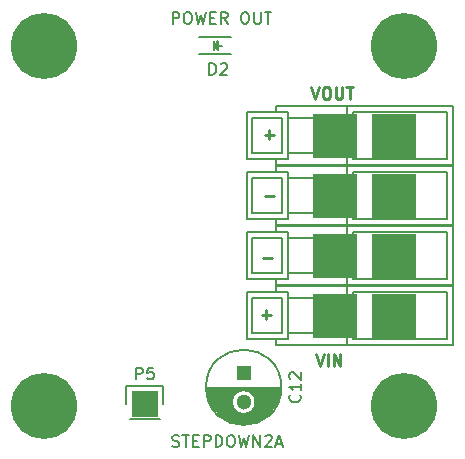
<source format=gbr>
%TF.GenerationSoftware,KiCad,Pcbnew,7.0.7-7.0.7~ubuntu23.04.1*%
%TF.CreationDate,2023-09-17T11:12:04+00:00*%
%TF.ProjectId,STEPDOWN02,53544550-444f-4574-9e30-322e6b696361,rev?*%
%TF.SameCoordinates,Original*%
%TF.FileFunction,Legend,Top*%
%TF.FilePolarity,Positive*%
%FSLAX46Y46*%
G04 Gerber Fmt 4.6, Leading zero omitted, Abs format (unit mm)*
G04 Created by KiCad (PCBNEW 7.0.7-7.0.7~ubuntu23.04.1) date 2023-09-17 11:12:04*
%MOMM*%
%LPD*%
G01*
G04 APERTURE LIST*
%ADD10C,0.250000*%
%ADD11C,0.200000*%
%ADD12C,0.150000*%
%ADD13C,5.600000*%
%ADD14R,3.810000X3.810000*%
%ADD15R,2.235200X2.235200*%
%ADD16R,1.300000X1.300000*%
%ADD17C,1.300000*%
G04 APERTURE END LIST*
D10*
X141350951Y-83888666D02*
X140589047Y-83888666D01*
D11*
X132786952Y-69286219D02*
X132786952Y-68286219D01*
X132786952Y-68286219D02*
X133167904Y-68286219D01*
X133167904Y-68286219D02*
X133263142Y-68333838D01*
X133263142Y-68333838D02*
X133310761Y-68381457D01*
X133310761Y-68381457D02*
X133358380Y-68476695D01*
X133358380Y-68476695D02*
X133358380Y-68619552D01*
X133358380Y-68619552D02*
X133310761Y-68714790D01*
X133310761Y-68714790D02*
X133263142Y-68762409D01*
X133263142Y-68762409D02*
X133167904Y-68810028D01*
X133167904Y-68810028D02*
X132786952Y-68810028D01*
X133977428Y-68286219D02*
X134167904Y-68286219D01*
X134167904Y-68286219D02*
X134263142Y-68333838D01*
X134263142Y-68333838D02*
X134358380Y-68429076D01*
X134358380Y-68429076D02*
X134405999Y-68619552D01*
X134405999Y-68619552D02*
X134405999Y-68952885D01*
X134405999Y-68952885D02*
X134358380Y-69143361D01*
X134358380Y-69143361D02*
X134263142Y-69238600D01*
X134263142Y-69238600D02*
X134167904Y-69286219D01*
X134167904Y-69286219D02*
X133977428Y-69286219D01*
X133977428Y-69286219D02*
X133882190Y-69238600D01*
X133882190Y-69238600D02*
X133786952Y-69143361D01*
X133786952Y-69143361D02*
X133739333Y-68952885D01*
X133739333Y-68952885D02*
X133739333Y-68619552D01*
X133739333Y-68619552D02*
X133786952Y-68429076D01*
X133786952Y-68429076D02*
X133882190Y-68333838D01*
X133882190Y-68333838D02*
X133977428Y-68286219D01*
X134739333Y-68286219D02*
X134977428Y-69286219D01*
X134977428Y-69286219D02*
X135167904Y-68571933D01*
X135167904Y-68571933D02*
X135358380Y-69286219D01*
X135358380Y-69286219D02*
X135596476Y-68286219D01*
X135977428Y-68762409D02*
X136310761Y-68762409D01*
X136453618Y-69286219D02*
X135977428Y-69286219D01*
X135977428Y-69286219D02*
X135977428Y-68286219D01*
X135977428Y-68286219D02*
X136453618Y-68286219D01*
X137453618Y-69286219D02*
X137120285Y-68810028D01*
X136882190Y-69286219D02*
X136882190Y-68286219D01*
X136882190Y-68286219D02*
X137263142Y-68286219D01*
X137263142Y-68286219D02*
X137358380Y-68333838D01*
X137358380Y-68333838D02*
X137405999Y-68381457D01*
X137405999Y-68381457D02*
X137453618Y-68476695D01*
X137453618Y-68476695D02*
X137453618Y-68619552D01*
X137453618Y-68619552D02*
X137405999Y-68714790D01*
X137405999Y-68714790D02*
X137358380Y-68762409D01*
X137358380Y-68762409D02*
X137263142Y-68810028D01*
X137263142Y-68810028D02*
X136882190Y-68810028D01*
X138834571Y-68286219D02*
X139025047Y-68286219D01*
X139025047Y-68286219D02*
X139120285Y-68333838D01*
X139120285Y-68333838D02*
X139215523Y-68429076D01*
X139215523Y-68429076D02*
X139263142Y-68619552D01*
X139263142Y-68619552D02*
X139263142Y-68952885D01*
X139263142Y-68952885D02*
X139215523Y-69143361D01*
X139215523Y-69143361D02*
X139120285Y-69238600D01*
X139120285Y-69238600D02*
X139025047Y-69286219D01*
X139025047Y-69286219D02*
X138834571Y-69286219D01*
X138834571Y-69286219D02*
X138739333Y-69238600D01*
X138739333Y-69238600D02*
X138644095Y-69143361D01*
X138644095Y-69143361D02*
X138596476Y-68952885D01*
X138596476Y-68952885D02*
X138596476Y-68619552D01*
X138596476Y-68619552D02*
X138644095Y-68429076D01*
X138644095Y-68429076D02*
X138739333Y-68333838D01*
X138739333Y-68333838D02*
X138834571Y-68286219D01*
X139691714Y-68286219D02*
X139691714Y-69095742D01*
X139691714Y-69095742D02*
X139739333Y-69190980D01*
X139739333Y-69190980D02*
X139786952Y-69238600D01*
X139786952Y-69238600D02*
X139882190Y-69286219D01*
X139882190Y-69286219D02*
X140072666Y-69286219D01*
X140072666Y-69286219D02*
X140167904Y-69238600D01*
X140167904Y-69238600D02*
X140215523Y-69190980D01*
X140215523Y-69190980D02*
X140263142Y-69095742D01*
X140263142Y-69095742D02*
X140263142Y-68286219D01*
X140596476Y-68286219D02*
X141167904Y-68286219D01*
X140882190Y-69286219D02*
X140882190Y-68286219D01*
D10*
X144542095Y-74633619D02*
X144875428Y-75633619D01*
X144875428Y-75633619D02*
X145208761Y-74633619D01*
X145732571Y-74633619D02*
X145923047Y-74633619D01*
X145923047Y-74633619D02*
X146018285Y-74681238D01*
X146018285Y-74681238D02*
X146113523Y-74776476D01*
X146113523Y-74776476D02*
X146161142Y-74966952D01*
X146161142Y-74966952D02*
X146161142Y-75300285D01*
X146161142Y-75300285D02*
X146113523Y-75490761D01*
X146113523Y-75490761D02*
X146018285Y-75586000D01*
X146018285Y-75586000D02*
X145923047Y-75633619D01*
X145923047Y-75633619D02*
X145732571Y-75633619D01*
X145732571Y-75633619D02*
X145637333Y-75586000D01*
X145637333Y-75586000D02*
X145542095Y-75490761D01*
X145542095Y-75490761D02*
X145494476Y-75300285D01*
X145494476Y-75300285D02*
X145494476Y-74966952D01*
X145494476Y-74966952D02*
X145542095Y-74776476D01*
X145542095Y-74776476D02*
X145637333Y-74681238D01*
X145637333Y-74681238D02*
X145732571Y-74633619D01*
X146589714Y-74633619D02*
X146589714Y-75443142D01*
X146589714Y-75443142D02*
X146637333Y-75538380D01*
X146637333Y-75538380D02*
X146684952Y-75586000D01*
X146684952Y-75586000D02*
X146780190Y-75633619D01*
X146780190Y-75633619D02*
X146970666Y-75633619D01*
X146970666Y-75633619D02*
X147065904Y-75586000D01*
X147065904Y-75586000D02*
X147113523Y-75538380D01*
X147113523Y-75538380D02*
X147161142Y-75443142D01*
X147161142Y-75443142D02*
X147161142Y-74633619D01*
X147494476Y-74633619D02*
X148065904Y-74633619D01*
X147780190Y-75633619D02*
X147780190Y-74633619D01*
X141350951Y-78681666D02*
X140589047Y-78681666D01*
X140969999Y-79062619D02*
X140969999Y-78300714D01*
X144954762Y-97239619D02*
X145288095Y-98239619D01*
X145288095Y-98239619D02*
X145621428Y-97239619D01*
X145954762Y-98239619D02*
X145954762Y-97239619D01*
X146430952Y-98239619D02*
X146430952Y-97239619D01*
X146430952Y-97239619D02*
X147002380Y-98239619D01*
X147002380Y-98239619D02*
X147002380Y-97239619D01*
D11*
X132771143Y-105052600D02*
X132914000Y-105100219D01*
X132914000Y-105100219D02*
X133152095Y-105100219D01*
X133152095Y-105100219D02*
X133247333Y-105052600D01*
X133247333Y-105052600D02*
X133294952Y-105004980D01*
X133294952Y-105004980D02*
X133342571Y-104909742D01*
X133342571Y-104909742D02*
X133342571Y-104814504D01*
X133342571Y-104814504D02*
X133294952Y-104719266D01*
X133294952Y-104719266D02*
X133247333Y-104671647D01*
X133247333Y-104671647D02*
X133152095Y-104624028D01*
X133152095Y-104624028D02*
X132961619Y-104576409D01*
X132961619Y-104576409D02*
X132866381Y-104528790D01*
X132866381Y-104528790D02*
X132818762Y-104481171D01*
X132818762Y-104481171D02*
X132771143Y-104385933D01*
X132771143Y-104385933D02*
X132771143Y-104290695D01*
X132771143Y-104290695D02*
X132818762Y-104195457D01*
X132818762Y-104195457D02*
X132866381Y-104147838D01*
X132866381Y-104147838D02*
X132961619Y-104100219D01*
X132961619Y-104100219D02*
X133199714Y-104100219D01*
X133199714Y-104100219D02*
X133342571Y-104147838D01*
X133628286Y-104100219D02*
X134199714Y-104100219D01*
X133914000Y-105100219D02*
X133914000Y-104100219D01*
X134533048Y-104576409D02*
X134866381Y-104576409D01*
X135009238Y-105100219D02*
X134533048Y-105100219D01*
X134533048Y-105100219D02*
X134533048Y-104100219D01*
X134533048Y-104100219D02*
X135009238Y-104100219D01*
X135437810Y-105100219D02*
X135437810Y-104100219D01*
X135437810Y-104100219D02*
X135818762Y-104100219D01*
X135818762Y-104100219D02*
X135914000Y-104147838D01*
X135914000Y-104147838D02*
X135961619Y-104195457D01*
X135961619Y-104195457D02*
X136009238Y-104290695D01*
X136009238Y-104290695D02*
X136009238Y-104433552D01*
X136009238Y-104433552D02*
X135961619Y-104528790D01*
X135961619Y-104528790D02*
X135914000Y-104576409D01*
X135914000Y-104576409D02*
X135818762Y-104624028D01*
X135818762Y-104624028D02*
X135437810Y-104624028D01*
X136437810Y-105100219D02*
X136437810Y-104100219D01*
X136437810Y-104100219D02*
X136675905Y-104100219D01*
X136675905Y-104100219D02*
X136818762Y-104147838D01*
X136818762Y-104147838D02*
X136914000Y-104243076D01*
X136914000Y-104243076D02*
X136961619Y-104338314D01*
X136961619Y-104338314D02*
X137009238Y-104528790D01*
X137009238Y-104528790D02*
X137009238Y-104671647D01*
X137009238Y-104671647D02*
X136961619Y-104862123D01*
X136961619Y-104862123D02*
X136914000Y-104957361D01*
X136914000Y-104957361D02*
X136818762Y-105052600D01*
X136818762Y-105052600D02*
X136675905Y-105100219D01*
X136675905Y-105100219D02*
X136437810Y-105100219D01*
X137628286Y-104100219D02*
X137818762Y-104100219D01*
X137818762Y-104100219D02*
X137914000Y-104147838D01*
X137914000Y-104147838D02*
X138009238Y-104243076D01*
X138009238Y-104243076D02*
X138056857Y-104433552D01*
X138056857Y-104433552D02*
X138056857Y-104766885D01*
X138056857Y-104766885D02*
X138009238Y-104957361D01*
X138009238Y-104957361D02*
X137914000Y-105052600D01*
X137914000Y-105052600D02*
X137818762Y-105100219D01*
X137818762Y-105100219D02*
X137628286Y-105100219D01*
X137628286Y-105100219D02*
X137533048Y-105052600D01*
X137533048Y-105052600D02*
X137437810Y-104957361D01*
X137437810Y-104957361D02*
X137390191Y-104766885D01*
X137390191Y-104766885D02*
X137390191Y-104433552D01*
X137390191Y-104433552D02*
X137437810Y-104243076D01*
X137437810Y-104243076D02*
X137533048Y-104147838D01*
X137533048Y-104147838D02*
X137628286Y-104100219D01*
X138390191Y-104100219D02*
X138628286Y-105100219D01*
X138628286Y-105100219D02*
X138818762Y-104385933D01*
X138818762Y-104385933D02*
X139009238Y-105100219D01*
X139009238Y-105100219D02*
X139247334Y-104100219D01*
X139628286Y-105100219D02*
X139628286Y-104100219D01*
X139628286Y-104100219D02*
X140199714Y-105100219D01*
X140199714Y-105100219D02*
X140199714Y-104100219D01*
X140628286Y-104195457D02*
X140675905Y-104147838D01*
X140675905Y-104147838D02*
X140771143Y-104100219D01*
X140771143Y-104100219D02*
X141009238Y-104100219D01*
X141009238Y-104100219D02*
X141104476Y-104147838D01*
X141104476Y-104147838D02*
X141152095Y-104195457D01*
X141152095Y-104195457D02*
X141199714Y-104290695D01*
X141199714Y-104290695D02*
X141199714Y-104385933D01*
X141199714Y-104385933D02*
X141152095Y-104528790D01*
X141152095Y-104528790D02*
X140580667Y-105100219D01*
X140580667Y-105100219D02*
X141199714Y-105100219D01*
X141580667Y-104814504D02*
X142056857Y-104814504D01*
X141485429Y-105100219D02*
X141818762Y-104100219D01*
X141818762Y-104100219D02*
X142152095Y-105100219D01*
D10*
X141223951Y-89095666D02*
X140462047Y-89095666D01*
X141096951Y-93921666D02*
X140335047Y-93921666D01*
X140715999Y-94302619D02*
X140715999Y-93540714D01*
D12*
X129690905Y-99387819D02*
X129690905Y-98387819D01*
X129690905Y-98387819D02*
X130071857Y-98387819D01*
X130071857Y-98387819D02*
X130167095Y-98435438D01*
X130167095Y-98435438D02*
X130214714Y-98483057D01*
X130214714Y-98483057D02*
X130262333Y-98578295D01*
X130262333Y-98578295D02*
X130262333Y-98721152D01*
X130262333Y-98721152D02*
X130214714Y-98816390D01*
X130214714Y-98816390D02*
X130167095Y-98864009D01*
X130167095Y-98864009D02*
X130071857Y-98911628D01*
X130071857Y-98911628D02*
X129690905Y-98911628D01*
X131167095Y-98387819D02*
X130690905Y-98387819D01*
X130690905Y-98387819D02*
X130643286Y-98864009D01*
X130643286Y-98864009D02*
X130690905Y-98816390D01*
X130690905Y-98816390D02*
X130786143Y-98768771D01*
X130786143Y-98768771D02*
X131024238Y-98768771D01*
X131024238Y-98768771D02*
X131119476Y-98816390D01*
X131119476Y-98816390D02*
X131167095Y-98864009D01*
X131167095Y-98864009D02*
X131214714Y-98959247D01*
X131214714Y-98959247D02*
X131214714Y-99197342D01*
X131214714Y-99197342D02*
X131167095Y-99292580D01*
X131167095Y-99292580D02*
X131119476Y-99340200D01*
X131119476Y-99340200D02*
X131024238Y-99387819D01*
X131024238Y-99387819D02*
X130786143Y-99387819D01*
X130786143Y-99387819D02*
X130690905Y-99340200D01*
X130690905Y-99340200D02*
X130643286Y-99292580D01*
X143570580Y-100698857D02*
X143618200Y-100746476D01*
X143618200Y-100746476D02*
X143665819Y-100889333D01*
X143665819Y-100889333D02*
X143665819Y-100984571D01*
X143665819Y-100984571D02*
X143618200Y-101127428D01*
X143618200Y-101127428D02*
X143522961Y-101222666D01*
X143522961Y-101222666D02*
X143427723Y-101270285D01*
X143427723Y-101270285D02*
X143237247Y-101317904D01*
X143237247Y-101317904D02*
X143094390Y-101317904D01*
X143094390Y-101317904D02*
X142903914Y-101270285D01*
X142903914Y-101270285D02*
X142808676Y-101222666D01*
X142808676Y-101222666D02*
X142713438Y-101127428D01*
X142713438Y-101127428D02*
X142665819Y-100984571D01*
X142665819Y-100984571D02*
X142665819Y-100889333D01*
X142665819Y-100889333D02*
X142713438Y-100746476D01*
X142713438Y-100746476D02*
X142761057Y-100698857D01*
X143665819Y-99746476D02*
X143665819Y-100317904D01*
X143665819Y-100032190D02*
X142665819Y-100032190D01*
X142665819Y-100032190D02*
X142808676Y-100127428D01*
X142808676Y-100127428D02*
X142903914Y-100222666D01*
X142903914Y-100222666D02*
X142951533Y-100317904D01*
X142761057Y-99365523D02*
X142713438Y-99317904D01*
X142713438Y-99317904D02*
X142665819Y-99222666D01*
X142665819Y-99222666D02*
X142665819Y-98984571D01*
X142665819Y-98984571D02*
X142713438Y-98889333D01*
X142713438Y-98889333D02*
X142761057Y-98841714D01*
X142761057Y-98841714D02*
X142856295Y-98794095D01*
X142856295Y-98794095D02*
X142951533Y-98794095D01*
X142951533Y-98794095D02*
X143094390Y-98841714D01*
X143094390Y-98841714D02*
X143665819Y-99413142D01*
X143665819Y-99413142D02*
X143665819Y-98794095D01*
X135913905Y-73606819D02*
X135913905Y-72606819D01*
X135913905Y-72606819D02*
X136152000Y-72606819D01*
X136152000Y-72606819D02*
X136294857Y-72654438D01*
X136294857Y-72654438D02*
X136390095Y-72749676D01*
X136390095Y-72749676D02*
X136437714Y-72844914D01*
X136437714Y-72844914D02*
X136485333Y-73035390D01*
X136485333Y-73035390D02*
X136485333Y-73178247D01*
X136485333Y-73178247D02*
X136437714Y-73368723D01*
X136437714Y-73368723D02*
X136390095Y-73463961D01*
X136390095Y-73463961D02*
X136294857Y-73559200D01*
X136294857Y-73559200D02*
X136152000Y-73606819D01*
X136152000Y-73606819D02*
X135913905Y-73606819D01*
X136866286Y-72702057D02*
X136913905Y-72654438D01*
X136913905Y-72654438D02*
X137009143Y-72606819D01*
X137009143Y-72606819D02*
X137247238Y-72606819D01*
X137247238Y-72606819D02*
X137342476Y-72654438D01*
X137342476Y-72654438D02*
X137390095Y-72702057D01*
X137390095Y-72702057D02*
X137437714Y-72797295D01*
X137437714Y-72797295D02*
X137437714Y-72892533D01*
X137437714Y-72892533D02*
X137390095Y-73035390D01*
X137390095Y-73035390D02*
X136818667Y-73606819D01*
X136818667Y-73606819D02*
X137437714Y-73606819D01*
%TO.C,J1*%
X156558000Y-96480000D02*
X147558000Y-96480000D01*
X156558000Y-91479900D02*
X156558000Y-96480100D01*
X156058100Y-95980000D02*
X148058100Y-95980000D01*
X156058100Y-91980000D02*
X156058100Y-95980000D01*
X156058100Y-91980000D02*
X148058100Y-91980000D01*
X148058100Y-95980000D02*
X148058100Y-91980000D01*
X148058100Y-94980000D02*
X147558000Y-94980000D01*
X148058100Y-92980000D02*
X147558000Y-92980000D01*
X147558000Y-96480000D02*
X141558000Y-96480000D01*
X147558000Y-91480000D02*
X156558000Y-91480000D01*
X147558000Y-91480000D02*
X141558000Y-91480000D01*
X147558000Y-91479900D02*
X147558000Y-96480100D01*
X145558000Y-95480000D02*
X142558000Y-95480000D01*
X145558000Y-92480000D02*
X142558000Y-92480000D01*
X145558000Y-92479900D02*
X145558000Y-95480100D01*
X142558000Y-95980000D02*
X142558000Y-91980000D01*
X142558000Y-95980000D02*
X139057000Y-95980000D01*
X142558000Y-91980000D02*
X139057900Y-91980000D01*
X142057900Y-95480000D02*
X139558000Y-95480000D01*
X142057900Y-92480000D02*
X139558000Y-92480000D01*
X142057900Y-92479000D02*
X142057900Y-95481000D01*
X141558000Y-95980000D02*
X141558000Y-96480000D01*
X141558000Y-91480000D02*
X141558000Y-91980000D01*
X139558000Y-92479000D02*
X139558000Y-95481000D01*
X139057900Y-95980000D02*
X139057900Y-91980000D01*
%TO.C,J2*%
X156558000Y-91400000D02*
X147558000Y-91400000D01*
X156558000Y-86399900D02*
X156558000Y-91400100D01*
X156058100Y-90900000D02*
X148058100Y-90900000D01*
X156058100Y-86900000D02*
X156058100Y-90900000D01*
X156058100Y-86900000D02*
X148058100Y-86900000D01*
X148058100Y-90900000D02*
X148058100Y-86900000D01*
X148058100Y-89900000D02*
X147558000Y-89900000D01*
X148058100Y-87900000D02*
X147558000Y-87900000D01*
X147558000Y-91400000D02*
X141558000Y-91400000D01*
X147558000Y-86400000D02*
X156558000Y-86400000D01*
X147558000Y-86400000D02*
X141558000Y-86400000D01*
X147558000Y-86399900D02*
X147558000Y-91400100D01*
X145558000Y-90400000D02*
X142558000Y-90400000D01*
X145558000Y-87400000D02*
X142558000Y-87400000D01*
X145558000Y-87399900D02*
X145558000Y-90400100D01*
X142558000Y-90900000D02*
X142558000Y-86900000D01*
X142558000Y-90900000D02*
X139057000Y-90900000D01*
X142558000Y-86900000D02*
X139057900Y-86900000D01*
X142057900Y-90400000D02*
X139558000Y-90400000D01*
X142057900Y-87400000D02*
X139558000Y-87400000D01*
X142057900Y-87399000D02*
X142057900Y-90401000D01*
X141558000Y-90900000D02*
X141558000Y-91400000D01*
X141558000Y-86400000D02*
X141558000Y-86900000D01*
X139558000Y-87399000D02*
X139558000Y-90401000D01*
X139057900Y-90900000D02*
X139057900Y-86900000D01*
%TO.C,J3*%
X156558000Y-81240000D02*
X147558000Y-81240000D01*
X156558000Y-76239900D02*
X156558000Y-81240100D01*
X156058100Y-80740000D02*
X148058100Y-80740000D01*
X156058100Y-76740000D02*
X156058100Y-80740000D01*
X156058100Y-76740000D02*
X148058100Y-76740000D01*
X148058100Y-80740000D02*
X148058100Y-76740000D01*
X148058100Y-79740000D02*
X147558000Y-79740000D01*
X148058100Y-77740000D02*
X147558000Y-77740000D01*
X147558000Y-81240000D02*
X141558000Y-81240000D01*
X147558000Y-76240000D02*
X156558000Y-76240000D01*
X147558000Y-76240000D02*
X141558000Y-76240000D01*
X147558000Y-76239900D02*
X147558000Y-81240100D01*
X145558000Y-80240000D02*
X142558000Y-80240000D01*
X145558000Y-77240000D02*
X142558000Y-77240000D01*
X145558000Y-77239900D02*
X145558000Y-80240100D01*
X142558000Y-80740000D02*
X142558000Y-76740000D01*
X142558000Y-80740000D02*
X139057000Y-80740000D01*
X142558000Y-76740000D02*
X139057900Y-76740000D01*
X142057900Y-80240000D02*
X139558000Y-80240000D01*
X142057900Y-77240000D02*
X139558000Y-77240000D01*
X142057900Y-77239000D02*
X142057900Y-80241000D01*
X141558000Y-80740000D02*
X141558000Y-81240000D01*
X141558000Y-76240000D02*
X141558000Y-76740000D01*
X139558000Y-77239000D02*
X139558000Y-80241000D01*
X139057900Y-80740000D02*
X139057900Y-76740000D01*
%TO.C,J4*%
X156558000Y-86320000D02*
X147558000Y-86320000D01*
X156558000Y-81319900D02*
X156558000Y-86320100D01*
X156058100Y-85820000D02*
X148058100Y-85820000D01*
X156058100Y-81820000D02*
X156058100Y-85820000D01*
X156058100Y-81820000D02*
X148058100Y-81820000D01*
X148058100Y-85820000D02*
X148058100Y-81820000D01*
X148058100Y-84820000D02*
X147558000Y-84820000D01*
X148058100Y-82820000D02*
X147558000Y-82820000D01*
X147558000Y-86320000D02*
X141558000Y-86320000D01*
X147558000Y-81320000D02*
X156558000Y-81320000D01*
X147558000Y-81320000D02*
X141558000Y-81320000D01*
X147558000Y-81319900D02*
X147558000Y-86320100D01*
X145558000Y-85320000D02*
X142558000Y-85320000D01*
X145558000Y-82320000D02*
X142558000Y-82320000D01*
X145558000Y-82319900D02*
X145558000Y-85320100D01*
X142558000Y-85820000D02*
X142558000Y-81820000D01*
X142558000Y-85820000D02*
X139057000Y-85820000D01*
X142558000Y-81820000D02*
X139057900Y-81820000D01*
X142057900Y-85320000D02*
X139558000Y-85320000D01*
X142057900Y-82320000D02*
X139558000Y-82320000D01*
X142057900Y-82319000D02*
X142057900Y-85321000D01*
X141558000Y-85820000D02*
X141558000Y-86320000D01*
X141558000Y-81320000D02*
X141558000Y-81820000D01*
X139558000Y-82319000D02*
X139558000Y-85321000D01*
X139057900Y-85820000D02*
X139057900Y-81820000D01*
%TO.C,P5*%
X128879000Y-99923000D02*
X131979000Y-99923000D01*
X128879000Y-101473000D02*
X128879000Y-99923000D01*
X129159000Y-102743000D02*
X131699000Y-102743000D01*
X131979000Y-99923000D02*
X131979000Y-101473000D01*
%TO.C,C12*%
X141960000Y-100131000D02*
X135662000Y-100131000D01*
X141954000Y-100271000D02*
X135668000Y-100271000D01*
X141941000Y-100411000D02*
X139257000Y-100411000D01*
X138365000Y-100411000D02*
X135681000Y-100411000D01*
X141922000Y-100551000D02*
X139467000Y-100551000D01*
X138155000Y-100551000D02*
X135700000Y-100551000D01*
X141896000Y-100691000D02*
X139600000Y-100691000D01*
X138022000Y-100691000D02*
X135726000Y-100691000D01*
X141864000Y-100831000D02*
X139691000Y-100831000D01*
X137931000Y-100831000D02*
X135758000Y-100831000D01*
X141825000Y-100971000D02*
X139753000Y-100971000D01*
X137869000Y-100971000D02*
X135797000Y-100971000D01*
X141779000Y-101111000D02*
X139792000Y-101111000D01*
X137830000Y-101111000D02*
X135843000Y-101111000D01*
X141726000Y-101251000D02*
X139809000Y-101251000D01*
X137813000Y-101251000D02*
X135896000Y-101251000D01*
X141664000Y-101391000D02*
X139807000Y-101391000D01*
X137815000Y-101391000D02*
X135958000Y-101391000D01*
X141594000Y-101531000D02*
X139785000Y-101531000D01*
X137837000Y-101531000D02*
X136028000Y-101531000D01*
X141515000Y-101671000D02*
X139742000Y-101671000D01*
X137880000Y-101671000D02*
X136107000Y-101671000D01*
X141427000Y-101811000D02*
X139674000Y-101811000D01*
X137948000Y-101811000D02*
X136195000Y-101811000D01*
X141327000Y-101951000D02*
X139575000Y-101951000D01*
X138047000Y-101951000D02*
X136295000Y-101951000D01*
X141215000Y-102091000D02*
X139430000Y-102091000D01*
X138192000Y-102091000D02*
X136407000Y-102091000D01*
X141090000Y-102231000D02*
X139191000Y-102231000D01*
X138431000Y-102231000D02*
X136532000Y-102231000D01*
X140947000Y-102371000D02*
X136675000Y-102371000D01*
X140785000Y-102511000D02*
X136837000Y-102511000D01*
X140597000Y-102651000D02*
X137025000Y-102651000D01*
X140374000Y-102791000D02*
X137248000Y-102791000D01*
X140098000Y-102931000D02*
X137524000Y-102931000D01*
X139723000Y-103071000D02*
X137899000Y-103071000D01*
X141998500Y-100056000D02*
G75*
G03*
X141998500Y-100056000I-3187500J0D01*
G01*
X139811000Y-101306000D02*
G75*
G03*
X139811000Y-101306000I-1000000J0D01*
G01*
%TO.C,D2*%
X135052000Y-70370000D02*
X137752000Y-70370000D01*
X135052000Y-71870000D02*
X137752000Y-71870000D01*
X136302000Y-70770000D02*
X136302000Y-71470000D01*
X136302000Y-71120000D02*
X136652000Y-70770000D01*
X136552000Y-71020000D02*
X136402000Y-71170000D01*
X136552000Y-71270000D02*
X136552000Y-71020000D01*
X136652000Y-70770000D02*
X136652000Y-71470000D01*
X136652000Y-71120000D02*
X137002000Y-71120000D01*
X136652000Y-71470000D02*
X136302000Y-71120000D01*
%TD*%
D13*
%TO.C,P1*%
X121920000Y-71120000D03*
%TD*%
%TO.C,P2*%
X152400000Y-71120000D03*
%TD*%
%TO.C,P3*%
X121920000Y-101600000D03*
%TD*%
%TO.C,P4*%
X152400000Y-101600000D03*
%TD*%
D14*
%TO.C,J1*%
X151558000Y-93980000D03*
X146558000Y-93980000D03*
%TD*%
%TO.C,J2*%
X151558000Y-88900000D03*
X146558000Y-88900000D03*
%TD*%
%TO.C,J3*%
X151558000Y-78740000D03*
X146558000Y-78740000D03*
%TD*%
%TO.C,J4*%
X151558000Y-83820000D03*
X146558000Y-83820000D03*
%TD*%
D15*
%TO.C,P5*%
X130429000Y-101473000D03*
%TD*%
D16*
%TO.C,C12*%
X138811000Y-98806000D03*
D17*
X138811000Y-101306000D03*
%TD*%
M02*

</source>
